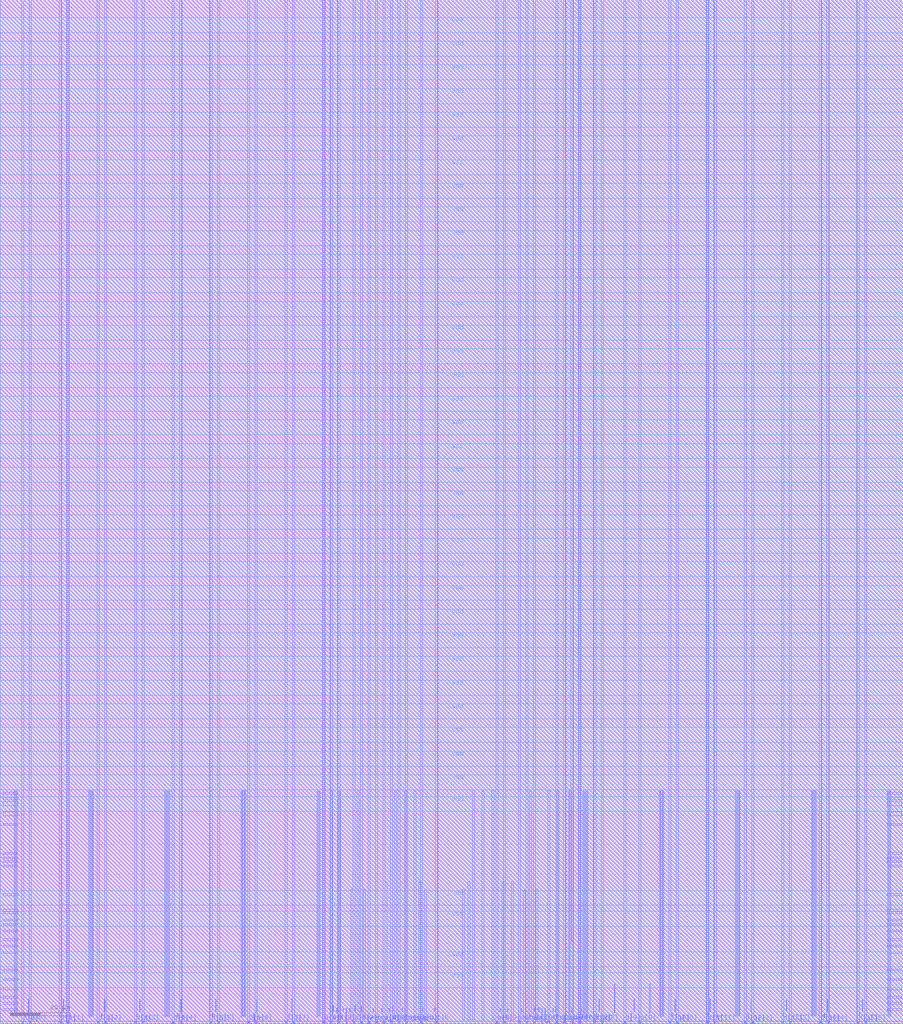
<source format=lef>
# Copyright (c) NXP Semiconductors
# NXP Confidential Proprietary
# Compiler: s10hv_1prf
# Revision: s10hv_1prf_1.11.01 
# Date: Sun Apr 03 20:50:56 MST 2022

VERSION 5.7 ;
BUSBITCHARS "[]" ;
DIVIDERCHAR "/" ;

MACRO s10hv_1prf_w1024x16b1c08_ulm
  CLASS BLOCK ;
  ORIGIN 0 0 ;
  FOREIGN s10hv_1prf_w1024x16b1c08_ulm 0 0 ;
  SIZE 302.4 BY 342.72 ;
  SYMMETRY X Y R90 ;
  PIN a[0]
    DIRECTION INPUT ;
    USE SIGNAL ;
    ANTENNAPARTIALMETALAREA 5.77675 LAYER m3 ;
    ANTENNAPARTIALMETALSIDEAREA 21.88 LAYER m3 ;
    ANTENNAPARTIALCUTAREA 0.0648 LAYER via2 ;
    ANTENNAMODEL OXIDE1 ;
      ANTENNAGATEAREA 0.36 LAYER m3 ;
      ANTENNAMAXAREACAR 22.157083 LAYER m3 ;
      ANTENNAMAXSIDEAREACAR 81.227778 LAYER m3 ;
    PORT
      LAYER m3 ;
        RECT 108.21 0 108.51 0.68 ;
      LAYER m2 ;
        RECT 108.21 0 108.51 0.68 ;
    END
  END a[0]
  PIN a[1]
    DIRECTION INPUT ;
    USE SIGNAL ;
    ANTENNAPARTIALMETALAREA 5.75025 LAYER m3 ;
    ANTENNAPARTIALMETALSIDEAREA 21.7 LAYER m3 ;
    ANTENNAPARTIALCUTAREA 0.0648 LAYER via2 ;
    ANTENNAMODEL OXIDE1 ;
      ANTENNAGATEAREA 0.36 LAYER m3 ;
      ANTENNAMAXAREACAR 17.073472 LAYER m3 ;
      ANTENNAMAXSIDEAREACAR 64.027778 LAYER m3 ;
    PORT
      LAYER m3 ;
        RECT 110.73 0 111.03 0.68 ;
      LAYER m2 ;
        RECT 110.73 0 111.03 0.68 ;
    END
  END a[1]
  PIN a[2]
    DIRECTION INPUT ;
    USE SIGNAL ;
    ANTENNAPARTIALMETALAREA 5.74165 LAYER m3 ;
    ANTENNAPARTIALMETALSIDEAREA 21.396 LAYER m3 ;
    ANTENNAPARTIALCUTAREA 0.0648 LAYER via2 ;
    ANTENNAMODEL OXIDE1 ;
      ANTENNAGATEAREA 0.36 LAYER m3 ;
      ANTENNAMAXAREACAR 17.034583 LAYER m3 ;
      ANTENNAMAXSIDEAREACAR 63.133333 LAYER m3 ;
    PORT
      LAYER m3 ;
        RECT 113.25 0 113.55 0.68 ;
      LAYER m2 ;
        RECT 113.25 0 113.55 0.68 ;
    END
  END a[2]
  PIN a[3]
    DIRECTION INPUT ;
    USE SIGNAL ;
    ANTENNAPARTIALMETALAREA 9.8529 LAYER m3 ;
    ANTENNAPARTIALMETALSIDEAREA 37.408 LAYER m3 ;
    ANTENNAPARTIALCUTAREA 0.0648 LAYER via2 ;
    ANTENNAMODEL OXIDE1 ;
      ANTENNAGATEAREA 0.36 LAYER m3 ;
      ANTENNAMAXAREACAR 29.641389 LAYER m3 ;
      ANTENNAMAXSIDEAREACAR 109.719444 LAYER m3 ;
    PORT
      LAYER m3 ;
        RECT 130.89 0 131.19 0.68 ;
      LAYER m2 ;
        RECT 130.89 0 131.19 0.68 ;
    END
  END a[3]
  PIN a[4]
    DIRECTION INPUT ;
    USE SIGNAL ;
    ANTENNAPARTIALMETALAREA 9.729 LAYER m3 ;
    ANTENNAPARTIALMETALSIDEAREA 36.936 LAYER m3 ;
    ANTENNAPARTIALCUTAREA 0.0648 LAYER via2 ;
    ANTENNAMODEL OXIDE1 ;
      ANTENNAGATEAREA 0.36 LAYER m3 ;
      ANTENNAMAXAREACAR 29.626389 LAYER m3 ;
      ANTENNAMAXSIDEAREACAR 109.066667 LAYER m3 ;
    PORT
      LAYER m3 ;
        RECT 140.97 0 141.27 0.68 ;
      LAYER m2 ;
        RECT 140.97 0 141.27 0.68 ;
    END
  END a[4]
  PIN a[5]
    DIRECTION INPUT ;
    USE SIGNAL ;
    ANTENNAPARTIALMETALAREA 9.8655 LAYER m3 ;
    ANTENNAPARTIALMETALSIDEAREA 37.456 LAYER m3 ;
    ANTENNAPARTIALCUTAREA 0.0648 LAYER via2 ;
    ANTENNAMODEL OXIDE1 ;
      ANTENNAGATEAREA 0.36 LAYER m3 ;
      ANTENNAMAXAREACAR 29.561111 LAYER m3 ;
      ANTENNAMAXSIDEAREACAR 109.611111 LAYER m3 ;
    PORT
      LAYER m3 ;
        RECT 166.17 0 166.47 0.68 ;
      LAYER m2 ;
        RECT 166.17 0 166.47 0.68 ;
    END
  END a[5]
  PIN a[6]
    DIRECTION INPUT ;
    USE SIGNAL ;
    ANTENNAPARTIALMETALAREA 10.1574 LAYER m3 ;
    ANTENNAPARTIALMETALSIDEAREA 38.568 LAYER m3 ;
    ANTENNAPARTIALCUTAREA 0.0648 LAYER via2 ;
    ANTENNAMODEL OXIDE1 ;
      ANTENNAGATEAREA 0.36 LAYER m3 ;
      ANTENNAMAXAREACAR 31.955972 LAYER m3 ;
      ANTENNAMAXSIDEAREACAR 118.325 LAYER m3 ;
    PORT
      LAYER m3 ;
        RECT 118.29 0 118.59 0.68 ;
      LAYER m2 ;
        RECT 118.29 0 118.59 0.68 ;
    END
  END a[6]
  PIN a[7]
    DIRECTION INPUT ;
    USE SIGNAL ;
    ANTENNAPARTIALMETALAREA 10.86195 LAYER m3 ;
    ANTENNAPARTIALMETALSIDEAREA 39.304 LAYER m3 ;
    ANTENNAPARTIALCUTAREA 0.0648 LAYER via2 ;
    ANTENNAMODEL OXIDE1 ;
      ANTENNAGATEAREA 0.36 LAYER m3 ;
      ANTENNAMAXAREACAR 31.265972 LAYER m3 ;
      ANTENNAMAXSIDEAREACAR 112.902778 LAYER m3 ;
    PORT
      LAYER m3 ;
        RECT 120.81 0 121.11 0.68 ;
      LAYER m2 ;
        RECT 120.81 0 121.11 0.68 ;
    END
  END a[7]
  PIN a[8]
    DIRECTION INPUT ;
    USE SIGNAL ;
    ANTENNAPARTIALMETALAREA 9.79725 LAYER m3 ;
    ANTENNAPARTIALMETALSIDEAREA 37.196 LAYER m3 ;
    ANTENNAPARTIALCUTAREA 0.0648 LAYER via2 ;
    ANTENNAMODEL OXIDE1 ;
      ANTENNAGATEAREA 0.36 LAYER m3 ;
      ANTENNAMAXAREACAR 28.295139 LAYER m3 ;
      ANTENNAMAXSIDEAREACAR 106.747222 LAYER m3 ;
    PORT
      LAYER m3 ;
        RECT 128.37 0 128.67 0.68 ;
      LAYER m2 ;
        RECT 128.37 0 128.67 0.68 ;
    END
  END a[8]
  PIN a[9]
    DIRECTION INPUT ;
    USE SIGNAL ;
    ANTENNAPARTIALMETALAREA 9.88545 LAYER m3 ;
    ANTENNAPARTIALMETALSIDEAREA 37.532 LAYER m3 ;
    ANTENNAPARTIALCUTAREA 0.0648 LAYER via2 ;
    ANTENNAMODEL OXIDE1 ;
      ANTENNAGATEAREA 0.36 LAYER m3 ;
      ANTENNAMAXAREACAR 28.611528 LAYER m3 ;
      ANTENNAMAXSIDEAREACAR 108.188889 LAYER m3 ;
    PORT
      LAYER m3 ;
        RECT 168.69 0 168.99 0.68 ;
      LAYER m2 ;
        RECT 168.69 0 168.99 0.68 ;
    END
  END a[9]
  PIN cen_b
    DIRECTION INPUT ;
    USE SIGNAL ;
    ANTENNAPARTIALMETALAREA 2.2698 LAYER m3 ;
    ANTENNAPARTIALMETALSIDEAREA 8.52 LAYER m3 ;
    ANTENNAPARTIALCUTAREA 0.0648 LAYER via2 ;
    ANTENNAMODEL OXIDE1 ;
      ANTENNAGATEAREA 0.45 LAYER m3 ;
      ANTENNAMAXAREACAR 16.014667 LAYER m3 ;
      ANTENNAMAXSIDEAREACAR 52.44 LAYER m3 ;
    PORT
      LAYER m3 ;
        RECT 135.93 0 136.23 0.68 ;
      LAYER m2 ;
        RECT 135.93 0 136.23 0.68 ;
    END
  END cen_b
  PIN clk
    DIRECTION INPUT ;
    USE SIGNAL ;
    ANTENNAPARTIALMETALAREA 2.5512 LAYER m3 ;
    ANTENNAPARTIALMETALSIDEAREA 9.592 LAYER m3 ;
    ANTENNAPARTIALCUTAREA 0.0648 LAYER via2 ;
    ANTENNAMODEL OXIDE1 ;
      ANTENNAGATEAREA 2.628 LAYER m3 ;
      ANTENNAMAXAREACAR 7.197807 LAYER m3 ;
      ANTENNAMAXSIDEAREACAR 21.736894 LAYER m3 ;
    PORT
      LAYER m3 ;
        RECT 146.01 0 146.31 0.68 ;
      LAYER m2 ;
        RECT 146.01 0 146.31 0.68 ;
    END
  END clk
  PIN d[0]
    DIRECTION INPUT ;
    USE SIGNAL ;
    ANTENNAPARTIALMETALAREA 1.21545 LAYER m2 ;
    ANTENNAPARTIALMETALSIDEAREA 3.411 LAYER m2 ;
    ANTENNAPARTIALCUTAREA 0.0648 LAYER via2 ;
    ANTENNAMODEL OXIDE1 ;
      ANTENNAGATEAREA 0.324 LAYER m3 ;
      ANTENNAGATEAREA 0.324 LAYER m2 ;
      ANTENNAMAXAREACAR 5.855556 LAYER m3 ;
      ANTENNAMAXAREACAR 5.225926 LAYER m2 ;
      ANTENNAMAXSIDEAREACAR 16.944444 LAYER m3 ;
      ANTENNAMAXSIDEAREACAR 15.12963 LAYER m2 ;
      ANTENNAMAXCUTCAR 0.4 LAYER via2 ;
    PORT
      LAYER m3 ;
        RECT 7.41 0 7.71 0.68 ;
      LAYER m2 ;
        RECT 7.41 0 7.71 0.68 ;
    END
  END d[0]
  PIN d[10]
    DIRECTION INPUT ;
    USE SIGNAL ;
    ANTENNAPARTIALMETALAREA 1.21545 LAYER m2 ;
    ANTENNAPARTIALMETALSIDEAREA 3.411 LAYER m2 ;
    ANTENNAPARTIALCUTAREA 0.0648 LAYER via2 ;
    ANTENNAMODEL OXIDE1 ;
      ANTENNAGATEAREA 0.324 LAYER m3 ;
      ANTENNAGATEAREA 0.324 LAYER m2 ;
      ANTENNAMAXAREACAR 5.855556 LAYER m3 ;
      ANTENNAMAXAREACAR 5.225926 LAYER m2 ;
      ANTENNAMAXSIDEAREACAR 16.944444 LAYER m3 ;
      ANTENNAMAXSIDEAREACAR 15.12963 LAYER m2 ;
      ANTENNAMAXCUTCAR 0.4 LAYER via2 ;
    PORT
      LAYER m3 ;
        RECT 224.13 0 224.43 0.68 ;
      LAYER m2 ;
        RECT 224.13 0 224.43 0.68 ;
    END
  END d[10]
  PIN d[11]
    DIRECTION INPUT ;
    USE SIGNAL ;
    ANTENNAPARTIALMETALAREA 1.22545 LAYER m2 ;
    ANTENNAPARTIALMETALSIDEAREA 3.441 LAYER m2 ;
    ANTENNAPARTIALCUTAREA 0.0648 LAYER via2 ;
    ANTENNAMODEL OXIDE1 ;
      ANTENNAGATEAREA 0.324 LAYER m3 ;
      ANTENNAGATEAREA 0.324 LAYER m2 ;
      ANTENNAMAXAREACAR 5.88642 LAYER m3 ;
      ANTENNAMAXAREACAR 5.25679 LAYER m2 ;
      ANTENNAMAXSIDEAREACAR 17.037037 LAYER m3 ;
      ANTENNAMAXSIDEAREACAR 15.222222 LAYER m2 ;
      ANTENNAMAXCUTCAR 0.4 LAYER via2 ;
    PORT
      LAYER m3 ;
        RECT 236.73 0 237.03 0.68 ;
      LAYER m2 ;
        RECT 236.73 0 237.03 0.68 ;
    END
  END d[11]
  PIN d[12]
    DIRECTION INPUT ;
    USE SIGNAL ;
    ANTENNAPARTIALMETALAREA 1.21545 LAYER m2 ;
    ANTENNAPARTIALMETALSIDEAREA 3.411 LAYER m2 ;
    ANTENNAPARTIALCUTAREA 0.0648 LAYER via2 ;
    ANTENNAMODEL OXIDE1 ;
      ANTENNAGATEAREA 0.324 LAYER m3 ;
      ANTENNAGATEAREA 0.324 LAYER m2 ;
      ANTENNAMAXAREACAR 5.855556 LAYER m3 ;
      ANTENNAMAXAREACAR 5.225926 LAYER m2 ;
      ANTENNAMAXSIDEAREACAR 16.944444 LAYER m3 ;
      ANTENNAMAXSIDEAREACAR 15.12963 LAYER m2 ;
      ANTENNAMAXCUTCAR 0.4 LAYER via2 ;
    PORT
      LAYER m3 ;
        RECT 249.33 0 249.63 0.68 ;
      LAYER m2 ;
        RECT 249.33 0 249.63 0.68 ;
    END
  END d[12]
  PIN d[13]
    DIRECTION INPUT ;
    USE SIGNAL ;
    ANTENNAPARTIALMETALAREA 1.21545 LAYER m2 ;
    ANTENNAPARTIALMETALSIDEAREA 3.411 LAYER m2 ;
    ANTENNAPARTIALCUTAREA 0.0648 LAYER via2 ;
    ANTENNAMODEL OXIDE1 ;
      ANTENNAGATEAREA 0.324 LAYER m3 ;
      ANTENNAGATEAREA 0.324 LAYER m2 ;
      ANTENNAMAXAREACAR 5.855556 LAYER m3 ;
      ANTENNAMAXAREACAR 5.225926 LAYER m2 ;
      ANTENNAMAXSIDEAREACAR 16.944444 LAYER m3 ;
      ANTENNAMAXSIDEAREACAR 15.12963 LAYER m2 ;
      ANTENNAMAXCUTCAR 0.4 LAYER via2 ;
    PORT
      LAYER m3 ;
        RECT 261.93 0 262.23 0.68 ;
      LAYER m2 ;
        RECT 261.93 0 262.23 0.68 ;
    END
  END d[13]
  PIN d[14]
    DIRECTION INPUT ;
    USE SIGNAL ;
    ANTENNAPARTIALMETALAREA 1.21545 LAYER m2 ;
    ANTENNAPARTIALMETALSIDEAREA 3.411 LAYER m2 ;
    ANTENNAPARTIALCUTAREA 0.0648 LAYER via2 ;
    ANTENNAMODEL OXIDE1 ;
      ANTENNAGATEAREA 0.324 LAYER m3 ;
      ANTENNAGATEAREA 0.324 LAYER m2 ;
      ANTENNAMAXAREACAR 5.855556 LAYER m3 ;
      ANTENNAMAXAREACAR 5.225926 LAYER m2 ;
      ANTENNAMAXSIDEAREACAR 16.944444 LAYER m3 ;
      ANTENNAMAXSIDEAREACAR 15.12963 LAYER m2 ;
      ANTENNAMAXCUTCAR 0.4 LAYER via2 ;
    PORT
      LAYER m3 ;
        RECT 274.53 0 274.83 0.68 ;
      LAYER m2 ;
        RECT 274.53 0 274.83 0.68 ;
    END
  END d[14]
  PIN d[15]
    DIRECTION INPUT ;
    USE SIGNAL ;
    ANTENNAPARTIALMETALAREA 1.21545 LAYER m2 ;
    ANTENNAPARTIALMETALSIDEAREA 3.411 LAYER m2 ;
    ANTENNAPARTIALCUTAREA 0.0648 LAYER via2 ;
    ANTENNAMODEL OXIDE1 ;
      ANTENNAGATEAREA 0.324 LAYER m3 ;
      ANTENNAGATEAREA 0.324 LAYER m2 ;
      ANTENNAMAXAREACAR 5.855556 LAYER m3 ;
      ANTENNAMAXAREACAR 5.225926 LAYER m2 ;
      ANTENNAMAXSIDEAREACAR 16.944444 LAYER m3 ;
      ANTENNAMAXSIDEAREACAR 15.12963 LAYER m2 ;
      ANTENNAMAXCUTCAR 0.4 LAYER via2 ;
    PORT
      LAYER m3 ;
        RECT 287.13 0 287.43 0.68 ;
      LAYER m2 ;
        RECT 287.13 0 287.43 0.68 ;
    END
  END d[15]
  PIN d[1]
    DIRECTION INPUT ;
    USE SIGNAL ;
    ANTENNAPARTIALMETALAREA 1.21545 LAYER m2 ;
    ANTENNAPARTIALMETALSIDEAREA 3.411 LAYER m2 ;
    ANTENNAPARTIALCUTAREA 0.0648 LAYER via2 ;
    ANTENNAMODEL OXIDE1 ;
      ANTENNAGATEAREA 0.324 LAYER m3 ;
      ANTENNAGATEAREA 0.324 LAYER m2 ;
      ANTENNAMAXAREACAR 5.855556 LAYER m3 ;
      ANTENNAMAXAREACAR 5.225926 LAYER m2 ;
      ANTENNAMAXSIDEAREACAR 16.944444 LAYER m3 ;
      ANTENNAMAXSIDEAREACAR 15.12963 LAYER m2 ;
      ANTENNAMAXCUTCAR 0.4 LAYER via2 ;
    PORT
      LAYER m3 ;
        RECT 20.01 0 20.31 0.68 ;
      LAYER m2 ;
        RECT 20.01 0 20.31 0.68 ;
    END
  END d[1]
  PIN d[2]
    DIRECTION INPUT ;
    USE SIGNAL ;
    ANTENNAPARTIALMETALAREA 1.21545 LAYER m2 ;
    ANTENNAPARTIALMETALSIDEAREA 3.411 LAYER m2 ;
    ANTENNAPARTIALCUTAREA 0.0648 LAYER via2 ;
    ANTENNAMODEL OXIDE1 ;
      ANTENNAGATEAREA 0.324 LAYER m3 ;
      ANTENNAGATEAREA 0.324 LAYER m2 ;
      ANTENNAMAXAREACAR 5.855556 LAYER m3 ;
      ANTENNAMAXAREACAR 5.225926 LAYER m2 ;
      ANTENNAMAXSIDEAREACAR 16.944444 LAYER m3 ;
      ANTENNAMAXSIDEAREACAR 15.12963 LAYER m2 ;
      ANTENNAMAXCUTCAR 0.4 LAYER via2 ;
    PORT
      LAYER m3 ;
        RECT 32.61 0 32.91 0.68 ;
      LAYER m2 ;
        RECT 32.61 0 32.91 0.68 ;
    END
  END d[2]
  PIN d[3]
    DIRECTION INPUT ;
    USE SIGNAL ;
    ANTENNAPARTIALMETALAREA 1.21545 LAYER m2 ;
    ANTENNAPARTIALMETALSIDEAREA 3.411 LAYER m2 ;
    ANTENNAPARTIALCUTAREA 0.0648 LAYER via2 ;
    ANTENNAMODEL OXIDE1 ;
      ANTENNAGATEAREA 0.324 LAYER m3 ;
      ANTENNAGATEAREA 0.324 LAYER m2 ;
      ANTENNAMAXAREACAR 5.855556 LAYER m3 ;
      ANTENNAMAXAREACAR 5.225926 LAYER m2 ;
      ANTENNAMAXSIDEAREACAR 16.944444 LAYER m3 ;
      ANTENNAMAXSIDEAREACAR 15.12963 LAYER m2 ;
      ANTENNAMAXCUTCAR 0.4 LAYER via2 ;
    PORT
      LAYER m3 ;
        RECT 45.21 0 45.51 0.68 ;
      LAYER m2 ;
        RECT 45.21 0 45.51 0.68 ;
    END
  END d[3]
  PIN d[4]
    DIRECTION INPUT ;
    USE SIGNAL ;
    ANTENNAPARTIALMETALAREA 1.21545 LAYER m2 ;
    ANTENNAPARTIALMETALSIDEAREA 3.411 LAYER m2 ;
    ANTENNAPARTIALCUTAREA 0.0648 LAYER via2 ;
    ANTENNAMODEL OXIDE1 ;
      ANTENNAGATEAREA 0.324 LAYER m3 ;
      ANTENNAGATEAREA 0.324 LAYER m2 ;
      ANTENNAMAXAREACAR 5.855556 LAYER m3 ;
      ANTENNAMAXAREACAR 5.225926 LAYER m2 ;
      ANTENNAMAXSIDEAREACAR 16.944444 LAYER m3 ;
      ANTENNAMAXSIDEAREACAR 15.12963 LAYER m2 ;
      ANTENNAMAXCUTCAR 0.4 LAYER via2 ;
    PORT
      LAYER m3 ;
        RECT 57.81 0 58.11 0.68 ;
      LAYER m2 ;
        RECT 57.81 0 58.11 0.68 ;
    END
  END d[4]
  PIN d[5]
    DIRECTION INPUT ;
    USE SIGNAL ;
    ANTENNAPARTIALMETALAREA 1.21545 LAYER m2 ;
    ANTENNAPARTIALMETALSIDEAREA 3.411 LAYER m2 ;
    ANTENNAPARTIALCUTAREA 0.0648 LAYER via2 ;
    ANTENNAMODEL OXIDE1 ;
      ANTENNAGATEAREA 0.324 LAYER m3 ;
      ANTENNAGATEAREA 0.324 LAYER m2 ;
      ANTENNAMAXAREACAR 5.855556 LAYER m3 ;
      ANTENNAMAXAREACAR 5.225926 LAYER m2 ;
      ANTENNAMAXSIDEAREACAR 16.944444 LAYER m3 ;
      ANTENNAMAXSIDEAREACAR 15.12963 LAYER m2 ;
      ANTENNAMAXCUTCAR 0.4 LAYER via2 ;
    PORT
      LAYER m3 ;
        RECT 70.41 0 70.71 0.68 ;
      LAYER m2 ;
        RECT 70.41 0 70.71 0.68 ;
    END
  END d[5]
  PIN d[6]
    DIRECTION INPUT ;
    USE SIGNAL ;
    ANTENNAPARTIALMETALAREA 1.21545 LAYER m2 ;
    ANTENNAPARTIALMETALSIDEAREA 3.411 LAYER m2 ;
    ANTENNAPARTIALCUTAREA 0.0648 LAYER via2 ;
    ANTENNAMODEL OXIDE1 ;
      ANTENNAGATEAREA 0.324 LAYER m3 ;
      ANTENNAGATEAREA 0.324 LAYER m2 ;
      ANTENNAMAXAREACAR 5.855556 LAYER m3 ;
      ANTENNAMAXAREACAR 5.225926 LAYER m2 ;
      ANTENNAMAXSIDEAREACAR 16.944444 LAYER m3 ;
      ANTENNAMAXSIDEAREACAR 15.12963 LAYER m2 ;
      ANTENNAMAXCUTCAR 0.4 LAYER via2 ;
    PORT
      LAYER m3 ;
        RECT 83.01 0 83.31 0.68 ;
      LAYER m2 ;
        RECT 83.01 0 83.31 0.68 ;
    END
  END d[6]
  PIN d[7]
    DIRECTION INPUT ;
    USE SIGNAL ;
    ANTENNAPARTIALMETALAREA 1.21545 LAYER m2 ;
    ANTENNAPARTIALMETALSIDEAREA 3.411 LAYER m2 ;
    ANTENNAPARTIALCUTAREA 0.0648 LAYER via2 ;
    ANTENNAMODEL OXIDE1 ;
      ANTENNAGATEAREA 0.324 LAYER m3 ;
      ANTENNAGATEAREA 0.324 LAYER m2 ;
      ANTENNAMAXAREACAR 5.855556 LAYER m3 ;
      ANTENNAMAXAREACAR 5.225926 LAYER m2 ;
      ANTENNAMAXSIDEAREACAR 16.944444 LAYER m3 ;
      ANTENNAMAXSIDEAREACAR 15.12963 LAYER m2 ;
      ANTENNAMAXCUTCAR 0.4 LAYER via2 ;
    PORT
      LAYER m3 ;
        RECT 95.61 0 95.91 0.68 ;
      LAYER m2 ;
        RECT 95.61 0 95.91 0.68 ;
    END
  END d[7]
  PIN d[8]
    DIRECTION INPUT ;
    USE SIGNAL ;
    ANTENNAPARTIALMETALAREA 1.21545 LAYER m2 ;
    ANTENNAPARTIALMETALSIDEAREA 3.411 LAYER m2 ;
    ANTENNAPARTIALCUTAREA 0.0648 LAYER via2 ;
    ANTENNAMODEL OXIDE1 ;
      ANTENNAGATEAREA 0.324 LAYER m3 ;
      ANTENNAGATEAREA 0.324 LAYER m2 ;
      ANTENNAMAXAREACAR 5.855556 LAYER m3 ;
      ANTENNAMAXAREACAR 5.225926 LAYER m2 ;
      ANTENNAMAXSIDEAREACAR 16.944444 LAYER m3 ;
      ANTENNAMAXSIDEAREACAR 15.12963 LAYER m2 ;
      ANTENNAMAXCUTCAR 0.4 LAYER via2 ;
    PORT
      LAYER m3 ;
        RECT 198.93 0 199.23 0.68 ;
      LAYER m2 ;
        RECT 198.93 0 199.23 0.68 ;
    END
  END d[8]
  PIN d[9]
    DIRECTION INPUT ;
    USE SIGNAL ;
    ANTENNAPARTIALMETALAREA 1.21545 LAYER m2 ;
    ANTENNAPARTIALMETALSIDEAREA 3.411 LAYER m2 ;
    ANTENNAPARTIALCUTAREA 0.0648 LAYER via2 ;
    ANTENNAMODEL OXIDE1 ;
      ANTENNAGATEAREA 0.324 LAYER m3 ;
      ANTENNAGATEAREA 0.324 LAYER m2 ;
      ANTENNAMAXAREACAR 5.855556 LAYER m3 ;
      ANTENNAMAXAREACAR 5.225926 LAYER m2 ;
      ANTENNAMAXSIDEAREACAR 16.944444 LAYER m3 ;
      ANTENNAMAXSIDEAREACAR 15.12963 LAYER m2 ;
      ANTENNAMAXCUTCAR 0.4 LAYER via2 ;
    PORT
      LAYER m3 ;
        RECT 209.01 0 209.31 0.68 ;
      LAYER m2 ;
        RECT 209.01 0 209.31 0.68 ;
    END
  END d[9]
  PIN ipt_nowrite
    DIRECTION INPUT ;
    USE SIGNAL ;
    ANTENNAPARTIALMETALAREA 3.96975 LAYER m3 ;
    ANTENNAPARTIALMETALSIDEAREA 14.996 LAYER m3 ;
    ANTENNAPARTIALCUTAREA 0.0648 LAYER via2 ;
    ANTENNAMODEL OXIDE1 ;
      ANTENNAGATEAREA 0.81 LAYER m3 ;
      ANTENNAMAXAREACAR 5.628889 LAYER m3 ;
      ANTENNAMAXSIDEAREACAR 20.969136 LAYER m3 ;
    PORT
      LAYER m3 ;
        RECT 125.85 0 126.15 0.68 ;
      LAYER m2 ;
        RECT 125.85 0 126.15 0.68 ;
    END
  END ipt_nowrite
  PIN ipt_st_dis
    DIRECTION INPUT ;
    USE SIGNAL ;
    ANTENNAPARTIALMETALAREA 4.2051 LAYER m3 ;
    ANTENNAPARTIALMETALSIDEAREA 15.896 LAYER m3 ;
    ANTENNAPARTIALCUTAREA 0.0648 LAYER via2 ;
    ANTENNAMODEL OXIDE1 ;
      ANTENNAGATEAREA 0.45 LAYER m3 ;
      ANTENNAMAXAREACAR 11.688667 LAYER m3 ;
      ANTENNAMAXSIDEAREACAR 42.951111 LAYER m3 ;
    PORT
      LAYER m3 ;
        RECT 133.41 0 133.71 0.68 ;
      LAYER m2 ;
        RECT 133.41 0 133.71 0.68 ;
    END
  END ipt_st_dis
  PIN q[0]
    DIRECTION OUTPUT ;
    USE SIGNAL ;
    ANTENNAPARTIALMETALAREA 2.73945 LAYER m3 ;
    ANTENNAPARTIALMETALSIDEAREA 10.304 LAYER m3 ;
    ANTENNAPARTIALCUTAREA 0.0648 LAYER via2 ;
    PORT
      LAYER m3 ;
        RECT 9.93 0 10.23 0.685 ;
      LAYER m2 ;
        RECT 9.93 0 10.23 0.685 ;
    END
  END q[0]
  PIN q[10]
    DIRECTION OUTPUT ;
    USE SIGNAL ;
    ANTENNAPARTIALMETALAREA 2.73945 LAYER m3 ;
    ANTENNAPARTIALMETALSIDEAREA 10.304 LAYER m3 ;
    ANTENNAPARTIALCUTAREA 0.0648 LAYER via2 ;
    PORT
      LAYER m3 ;
        RECT 226.65 0 226.95 0.685 ;
      LAYER m2 ;
        RECT 226.65 0 226.95 0.685 ;
    END
  END q[10]
  PIN q[11]
    DIRECTION OUTPUT ;
    USE SIGNAL ;
    ANTENNAPARTIALMETALAREA 2.73945 LAYER m3 ;
    ANTENNAPARTIALMETALSIDEAREA 10.304 LAYER m3 ;
    ANTENNAPARTIALCUTAREA 0.0648 LAYER via2 ;
    PORT
      LAYER m3 ;
        RECT 239.25 0 239.55 0.685 ;
      LAYER m2 ;
        RECT 239.25 0 239.55 0.685 ;
    END
  END q[11]
  PIN q[12]
    DIRECTION OUTPUT ;
    USE SIGNAL ;
    ANTENNAPARTIALMETALAREA 2.73945 LAYER m3 ;
    ANTENNAPARTIALMETALSIDEAREA 10.304 LAYER m3 ;
    ANTENNAPARTIALCUTAREA 0.0648 LAYER via2 ;
    PORT
      LAYER m3 ;
        RECT 251.85 0 252.15 0.685 ;
      LAYER m2 ;
        RECT 251.85 0 252.15 0.685 ;
    END
  END q[12]
  PIN q[13]
    DIRECTION OUTPUT ;
    USE SIGNAL ;
    ANTENNAPARTIALMETALAREA 2.73945 LAYER m3 ;
    ANTENNAPARTIALMETALSIDEAREA 10.304 LAYER m3 ;
    ANTENNAPARTIALCUTAREA 0.0648 LAYER via2 ;
    PORT
      LAYER m3 ;
        RECT 264.45 0 264.75 0.685 ;
      LAYER m2 ;
        RECT 264.45 0 264.75 0.685 ;
    END
  END q[13]
  PIN q[14]
    DIRECTION OUTPUT ;
    USE SIGNAL ;
    ANTENNAPARTIALMETALAREA 2.73945 LAYER m3 ;
    ANTENNAPARTIALMETALSIDEAREA 10.304 LAYER m3 ;
    ANTENNAPARTIALCUTAREA 0.0648 LAYER via2 ;
    PORT
      LAYER m3 ;
        RECT 277.05 0 277.35 0.685 ;
      LAYER m2 ;
        RECT 277.05 0 277.35 0.685 ;
    END
  END q[14]
  PIN q[15]
    DIRECTION OUTPUT ;
    USE SIGNAL ;
    ANTENNAPARTIALMETALAREA 2.73945 LAYER m3 ;
    ANTENNAPARTIALMETALSIDEAREA 10.304 LAYER m3 ;
    ANTENNAPARTIALCUTAREA 0.0648 LAYER via2 ;
    PORT
      LAYER m3 ;
        RECT 289.65 0 289.95 0.685 ;
      LAYER m2 ;
        RECT 289.65 0 289.95 0.685 ;
    END
  END q[15]
  PIN q[1]
    DIRECTION OUTPUT ;
    USE SIGNAL ;
    ANTENNAPARTIALMETALAREA 2.73945 LAYER m3 ;
    ANTENNAPARTIALMETALSIDEAREA 10.304 LAYER m3 ;
    ANTENNAPARTIALCUTAREA 0.0648 LAYER via2 ;
    PORT
      LAYER m3 ;
        RECT 22.53 0 22.83 0.685 ;
      LAYER m2 ;
        RECT 22.53 0 22.83 0.685 ;
    END
  END q[1]
  PIN q[2]
    DIRECTION OUTPUT ;
    USE SIGNAL ;
    ANTENNAPARTIALMETALAREA 2.73945 LAYER m3 ;
    ANTENNAPARTIALMETALSIDEAREA 10.304 LAYER m3 ;
    ANTENNAPARTIALCUTAREA 0.0648 LAYER via2 ;
    PORT
      LAYER m3 ;
        RECT 35.13 0 35.43 0.685 ;
      LAYER m2 ;
        RECT 35.13 0 35.43 0.685 ;
    END
  END q[2]
  PIN q[3]
    DIRECTION OUTPUT ;
    USE SIGNAL ;
    ANTENNAPARTIALMETALAREA 2.73945 LAYER m3 ;
    ANTENNAPARTIALMETALSIDEAREA 10.304 LAYER m3 ;
    ANTENNAPARTIALCUTAREA 0.0648 LAYER via2 ;
    PORT
      LAYER m3 ;
        RECT 47.73 0 48.03 0.685 ;
      LAYER m2 ;
        RECT 47.73 0 48.03 0.685 ;
    END
  END q[3]
  PIN q[4]
    DIRECTION OUTPUT ;
    USE SIGNAL ;
    ANTENNAPARTIALMETALAREA 2.73945 LAYER m3 ;
    ANTENNAPARTIALMETALSIDEAREA 10.304 LAYER m3 ;
    ANTENNAPARTIALCUTAREA 0.0648 LAYER via2 ;
    PORT
      LAYER m3 ;
        RECT 60.33 0 60.63 0.685 ;
      LAYER m2 ;
        RECT 60.33 0 60.63 0.685 ;
    END
  END q[4]
  PIN q[5]
    DIRECTION OUTPUT ;
    USE SIGNAL ;
    ANTENNAPARTIALMETALAREA 2.73945 LAYER m3 ;
    ANTENNAPARTIALMETALSIDEAREA 10.304 LAYER m3 ;
    ANTENNAPARTIALCUTAREA 0.0648 LAYER via2 ;
    PORT
      LAYER m3 ;
        RECT 72.93 0 73.23 0.685 ;
      LAYER m2 ;
        RECT 72.93 0 73.23 0.685 ;
    END
  END q[5]
  PIN q[6]
    DIRECTION OUTPUT ;
    USE SIGNAL ;
    ANTENNAPARTIALMETALAREA 2.73945 LAYER m3 ;
    ANTENNAPARTIALMETALSIDEAREA 10.304 LAYER m3 ;
    ANTENNAPARTIALCUTAREA 0.0648 LAYER via2 ;
    PORT
      LAYER m3 ;
        RECT 85.53 0 85.83 0.685 ;
      LAYER m2 ;
        RECT 85.53 0 85.83 0.685 ;
    END
  END q[6]
  PIN q[7]
    DIRECTION OUTPUT ;
    USE SIGNAL ;
    ANTENNAPARTIALMETALAREA 2.73945 LAYER m3 ;
    ANTENNAPARTIALMETALSIDEAREA 10.304 LAYER m3 ;
    ANTENNAPARTIALCUTAREA 0.0648 LAYER via2 ;
    PORT
      LAYER m3 ;
        RECT 98.13 0 98.43 0.685 ;
      LAYER m2 ;
        RECT 98.13 0 98.43 0.685 ;
    END
  END q[7]
  PIN q[8]
    DIRECTION OUTPUT ;
    USE SIGNAL ;
    ANTENNAPARTIALMETALAREA 2.73945 LAYER m3 ;
    ANTENNAPARTIALMETALSIDEAREA 10.304 LAYER m3 ;
    ANTENNAPARTIALCUTAREA 0.0648 LAYER via2 ;
    PORT
      LAYER m3 ;
        RECT 201.45 0 201.75 0.685 ;
      LAYER m2 ;
        RECT 201.45 0 201.75 0.685 ;
    END
  END q[8]
  PIN q[9]
    DIRECTION OUTPUT ;
    USE SIGNAL ;
    ANTENNAPARTIALMETALAREA 2.73945 LAYER m3 ;
    ANTENNAPARTIALMETALSIDEAREA 10.304 LAYER m3 ;
    ANTENNAPARTIALCUTAREA 0.0648 LAYER via2 ;
    PORT
      LAYER m3 ;
        RECT 214.05 0 214.35 0.685 ;
      LAYER m2 ;
        RECT 214.05 0 214.35 0.685 ;
    END
  END q[9]
  PIN valen
    DIRECTION INPUT ;
    USE SIGNAL ;
    ANTENNAPARTIALMETALAREA 5.9238 LAYER m3 ;
    ANTENNAPARTIALMETALSIDEAREA 22.44 LAYER m3 ;
    ANTENNAPARTIALCUTAREA 0.0648 LAYER via2 ;
    ANTENNAMODEL OXIDE1 ;
      ANTENNAGATEAREA 0.375 LAYER m3 ;
      ANTENNAMAXAREACAR 17.3992 LAYER m3 ;
      ANTENNAMAXSIDEAREACAR 65.304 LAYER m3 ;
    PORT
      LAYER m3 ;
        RECT 173.73 0 174.03 0.68 ;
      LAYER m2 ;
        RECT 173.73 0 174.03 0.68 ;
    END
  END valen
  PIN valrd[0]
    DIRECTION INPUT ;
    USE SIGNAL ;
    ANTENNAPARTIALMETALAREA 6.09945 LAYER m3 ;
    ANTENNAPARTIALMETALSIDEAREA 23.236 LAYER m3 ;
    ANTENNAPARTIALCUTAREA 0.0648 LAYER via2 ;
    ANTENNAMODEL OXIDE1 ;
      ANTENNAGATEAREA 0.258 LAYER m3 ;
      ANTENNAMAXAREACAR 26.030426 LAYER m3 ;
      ANTENNAMAXSIDEAREACAR 95.375969 LAYER m3 ;
    PORT
      LAYER m3 ;
        RECT 176.25 0 176.55 0.68 ;
      LAYER m2 ;
        RECT 176.25 0 176.55 0.68 ;
    END
  END valrd[0]
  PIN valrd[1]
    DIRECTION INPUT ;
    USE SIGNAL ;
    ANTENNAPARTIALMETALAREA 5.8578 LAYER m3 ;
    ANTENNAPARTIALMETALSIDEAREA 22.312 LAYER m3 ;
    ANTENNAPARTIALCUTAREA 0.0648 LAYER via2 ;
    ANTENNAMODEL OXIDE1 ;
      ANTENNAGATEAREA 0.258 LAYER m3 ;
      ANTENNAMAXAREACAR 24.529457 LAYER m3 ;
      ANTENNAMAXSIDEAREACAR 91.189922 LAYER m3 ;
    PORT
      LAYER m3 ;
        RECT 178.77 0 179.07 0.68 ;
      LAYER m2 ;
        RECT 178.77 0 179.07 0.68 ;
    END
  END valrd[1]
  PIN valrd[2]
    DIRECTION INPUT ;
    USE SIGNAL ;
    ANTENNAPARTIALMETALAREA 5.90085 LAYER m3 ;
    ANTENNAPARTIALMETALSIDEAREA 22.476 LAYER m3 ;
    ANTENNAPARTIALCUTAREA 0.0648 LAYER via2 ;
    ANTENNAMODEL OXIDE1 ;
      ANTENNAGATEAREA 0.258 LAYER m3 ;
      ANTENNAMAXAREACAR 24.034302 LAYER m3 ;
      ANTENNAMAXSIDEAREACAR 91.116279 LAYER m3 ;
    PORT
      LAYER m3 ;
        RECT 186.33 0 186.63 0.68 ;
      LAYER m2 ;
        RECT 186.33 0 186.63 0.68 ;
    END
  END valrd[2]
  PIN valwr[0]
    DIRECTION INPUT ;
    USE SIGNAL ;
    ANTENNAPARTIALMETALAREA 6.1971 LAYER m3 ;
    ANTENNAPARTIALMETALSIDEAREA 23.608 LAYER m3 ;
    ANTENNAPARTIALCUTAREA 0.0648 LAYER via2 ;
    ANTENNAMODEL OXIDE1 ;
      ANTENNAGATEAREA 0.258 LAYER m3 ;
      ANTENNAMAXAREACAR 25.182558 LAYER m3 ;
      ANTENNAMAXSIDEAREACAR 95.503876 LAYER m3 ;
    PORT
      LAYER m3 ;
        RECT 188.85 0 189.15 0.68 ;
      LAYER m2 ;
        RECT 188.85 0 189.15 0.68 ;
    END
  END valwr[0]
  PIN valwr[1]
    DIRECTION INPUT ;
    USE SIGNAL ;
    ANTENNAPARTIALMETALAREA 5.59635 LAYER m3 ;
    ANTENNAPARTIALMETALSIDEAREA 21.316 LAYER m3 ;
    ANTENNAPARTIALCUTAREA 0.0648 LAYER via2 ;
    ANTENNAMODEL OXIDE1 ;
      ANTENNAGATEAREA 0.258 LAYER m3 ;
      ANTENNAMAXAREACAR 22.85407 LAYER m3 ;
      ANTENNAMAXSIDEAREACAR 86.620155 LAYER m3 ;
    PORT
      LAYER m3 ;
        RECT 191.37 0 191.67 0.68 ;
      LAYER m2 ;
        RECT 191.37 0 191.67 0.68 ;
    END
  END valwr[1]
  PIN valwr[2]
    DIRECTION INPUT ;
    USE SIGNAL ;
    ANTENNAPARTIALMETALAREA 5.6562 LAYER m3 ;
    ANTENNAPARTIALMETALSIDEAREA 21.544 LAYER m3 ;
    ANTENNAPARTIALCUTAREA 0.0648 LAYER via2 ;
    ANTENNAMODEL OXIDE1 ;
      ANTENNAGATEAREA 0.258 LAYER m3 ;
      ANTENNAMAXAREACAR 23.227132 LAYER m3 ;
      ANTENNAMAXSIDEAREACAR 87.655039 LAYER m3 ;
    PORT
      LAYER m3 ;
        RECT 193.89 0 194.19 0.68 ;
      LAYER m2 ;
        RECT 193.89 0 194.19 0.68 ;
    END
  END valwr[2]
  PIN wen
    DIRECTION INPUT ;
    USE SIGNAL ;
    ANTENNAPARTIALMETALAREA 4.3416 LAYER m3 ;
    ANTENNAPARTIALMETALSIDEAREA 16.416 LAYER m3 ;
    ANTENNAPARTIALCUTAREA 0.0648 LAYER via2 ;
    ANTENNAMODEL OXIDE1 ;
      ANTENNAGATEAREA 0.54 LAYER m3 ;
      ANTENNAMAXAREACAR 9.437963 LAYER m3 ;
      ANTENNAMAXSIDEAREACAR 34.95 LAYER m3 ;
    PORT
      LAYER m3 ;
        RECT 123.33 0 123.63 0.68 ;
      LAYER m2 ;
        RECT 123.33 0 123.63 0.68 ;
    END
  END wen
  PIN vdd
    DIRECTION INOUT ;
    USE POWER ;
    PORT
      LAYER ulm ;
        RECT 0 323.83 302.4 328.84 ;
    END
    PORT
      LAYER ulm ;
        RECT 0 307.99 302.4 313 ;
    END
    PORT
      LAYER ulm ;
        RECT 0 292.15 302.4 297.16 ;
    END
    PORT
      LAYER ulm ;
        RECT 0 276.31 302.4 281.32 ;
    END
    PORT
      LAYER ulm ;
        RECT 0 260.47 302.4 265.48 ;
    END
    PORT
      LAYER ulm ;
        RECT 0 244.63 302.4 249.64 ;
    END
    PORT
      LAYER ulm ;
        RECT 0 228.79 302.4 233.8 ;
    END
    PORT
      LAYER ulm ;
        RECT 0 212.95 302.4 217.96 ;
    END
    PORT
      LAYER ulm ;
        RECT 0 197.11 302.4 202.12 ;
    END
    PORT
      LAYER ulm ;
        RECT 0 181.27 302.4 186.28 ;
    END
    PORT
      LAYER ulm ;
        RECT 0 165.43 302.4 170.44 ;
    END
    PORT
      LAYER ulm ;
        RECT 0 149.59 302.4 154.6 ;
    END
    PORT
      LAYER ulm ;
        RECT 0 133.75 302.4 138.76 ;
    END
    PORT
      LAYER ulm ;
        RECT 0 117.91 302.4 122.92 ;
    END
    PORT
      LAYER ulm ;
        RECT 0 102.07 302.4 107.08 ;
    END
    PORT
      LAYER ulm ;
        RECT 0 86.23 302.4 91.24 ;
    END
    PORT
      LAYER ulm ;
        RECT 0 71.04 302.4 76.05 ;
    END
    PORT
      LAYER ulm ;
        RECT 0 39.58 302.4 44.59 ;
    END
    PORT
      LAYER ulm ;
        RECT 0 19.06 302.4 24.07 ;
    END
  END vdd
  PIN vss
    DIRECTION INOUT ;
    USE GROUND ;
    PORT
      LAYER ulm ;
        RECT 0 331.75 302.4 336.76 ;
    END
    PORT
      LAYER ulm ;
        RECT 0 315.91 302.4 320.92 ;
    END
    PORT
      LAYER ulm ;
        RECT 0 300.07 302.4 305.08 ;
    END
    PORT
      LAYER ulm ;
        RECT 0 284.23 302.4 289.24 ;
    END
    PORT
      LAYER ulm ;
        RECT 0 268.39 302.4 273.4 ;
    END
    PORT
      LAYER ulm ;
        RECT 0 252.55 302.4 257.56 ;
    END
    PORT
      LAYER ulm ;
        RECT 0 236.71 302.4 241.72 ;
    END
    PORT
      LAYER ulm ;
        RECT 0 220.87 302.4 225.88 ;
    END
    PORT
      LAYER ulm ;
        RECT 0 205.03 302.4 210.04 ;
    END
    PORT
      LAYER ulm ;
        RECT 0 189.19 302.4 194.2 ;
    END
    PORT
      LAYER ulm ;
        RECT 0 173.35 302.4 178.36 ;
    END
    PORT
      LAYER ulm ;
        RECT 0 157.51 302.4 162.52 ;
    END
    PORT
      LAYER ulm ;
        RECT 0 141.67 302.4 146.68 ;
    END
    PORT
      LAYER ulm ;
        RECT 0 125.83 302.4 130.84 ;
    END
    PORT
      LAYER ulm ;
        RECT 0 109.99 302.4 115 ;
    END
    PORT
      LAYER ulm ;
        RECT 0 94.15 302.4 99.16 ;
    END
    PORT
      LAYER ulm ;
        RECT 0 78.31 302.4 83.32 ;
    END
    PORT
      LAYER ulm ;
        RECT 0 32.57 302.4 37.58 ;
    END
    PORT
      LAYER ulm ;
        RECT 0 12.05 302.4 17.06 ;
    END
  END vss
  OBS
    LAYER m3 ;
      RECT 191.03 27.665 191.33 78.355 ;
      RECT 191.03 27.665 192.005 27.965 ;
      RECT 191.705 1.275 192.005 27.965 ;
      RECT 182.415 0.48 182.625 5.115 ;
      RECT 182.415 0.48 184.11 0.69 ;
      RECT 183.81 0 184.11 0.69 ;
      RECT 181.29 0 181.5 5.115 ;
      RECT 181.29 0 181.59 0.68 ;
      RECT 115.815 0 116.025 5.115 ;
      RECT 115.77 0 116.07 0.68 ;
      RECT 297.86 2.56 298.16 78.055 ;
      RECT 297.2 2.56 297.5 78.055 ;
      RECT 288.675 4.015 288.885 8.25 ;
      RECT 276.915 4.015 277.125 8.25 ;
      RECT 272.96 2.56 273.26 78.055 ;
      RECT 272.3 2.56 272.66 78.055 ;
      RECT 271.7 2.56 272 78.055 ;
      RECT 263.175 4.015 263.385 8.25 ;
      RECT 251.415 4.015 251.625 8.25 ;
      RECT 247.46 2.56 247.76 78.055 ;
      RECT 246.8 2.56 247.16 78.055 ;
      RECT 246.2 2.56 246.5 78.055 ;
      RECT 237.675 4.015 237.885 8.25 ;
      RECT 225.915 4.015 226.125 8.25 ;
      RECT 221.96 2.56 222.26 78.055 ;
      RECT 221.3 2.56 221.66 78.055 ;
      RECT 220.7 2.56 221 78.055 ;
      RECT 217.445 3.66 217.655 13.32 ;
      RECT 212.175 4.015 212.385 8.25 ;
      RECT 205.685 3.66 205.895 13.32 ;
      RECT 200.415 4.015 200.625 8.25 ;
      RECT 196.46 2.56 196.76 78.055 ;
      RECT 195.8 2.56 196.16 78.055 ;
      RECT 195.2 2.56 195.5 78.055 ;
      RECT 194.44 4.01 194.65 5.145 ;
      RECT 191.195 4.01 191.405 5.14 ;
      RECT 190.37 1.275 190.67 78.355 ;
      RECT 186.38 2.52 187.04 78.055 ;
      RECT 185.855 4.01 186.065 5.785 ;
      RECT 185.01 4.01 185.22 5.16 ;
      RECT 183.425 1.275 184.085 78.055 ;
      RECT 180.28 4.01 180.49 5.325 ;
      RECT 179.35 1.275 180.01 45.075 ;
      RECT 178.87 4.01 179.08 5.505 ;
      RECT 177.305 2.525 177.965 78.055 ;
      RECT 175.21 1.275 175.87 44.76 ;
      RECT 174.495 4.01 174.705 5.115 ;
      RECT 171.2 1.275 171.86 47.515 ;
      RECT 169.84 4.01 170.05 5.115 ;
      RECT 167.96 1.275 168.62 47.515 ;
      RECT 167.3 4.01 167.51 5.115 ;
      RECT 164.735 1.275 165.395 78.055 ;
      RECT 161.365 1.275 162.025 78.055 ;
      RECT 158.225 1.275 158.885 78.055 ;
      RECT 156.62 1.275 157.28 47.515 ;
      RECT 154.79 1.275 155.45 45.075 ;
      RECT 145.335 4.01 145.545 5.115 ;
      RECT 142.02 1.275 142.68 45.075 ;
      RECT 141.375 4.01 141.585 5.115 ;
      RECT 140.19 1.275 140.85 47.515 ;
      RECT 138.585 1.275 139.245 78.055 ;
      RECT 135.445 1.275 136.105 78.055 ;
      RECT 134.535 4.01 134.745 5.115 ;
      RECT 132.075 2.52 132.735 78.055 ;
      RECT 131.295 4.01 131.505 5.925 ;
      RECT 130.215 4.01 130.425 5.115 ;
      RECT 128.85 1.275 129.51 47.515 ;
      RECT 127.695 4.01 127.905 5.115 ;
      RECT 125.61 1.275 126.27 47.515 ;
      RECT 124.815 4.01 125.025 5.115 ;
      RECT 121.6 2.555 122.26 45.075 ;
      RECT 120.855 4.01 121.065 5.875 ;
      RECT 119.505 2.54 120.165 78.055 ;
      RECT 118.695 4.01 118.905 6.075 ;
      RECT 117.46 1.275 118.12 45.075 ;
      RECT 116.895 4.01 117.105 5.115 ;
      RECT 114.735 4.01 114.945 5.115 ;
      RECT 113.385 1.275 114.045 78.055 ;
      RECT 112.575 4.01 112.785 5.115 ;
      RECT 111.495 4.01 111.705 6.09 ;
      RECT 110.43 2.52 111.09 78.055 ;
      RECT 106.8 2.56 107.1 78.055 ;
      RECT 106.14 2.56 106.44 78.055 ;
      RECT 97.615 4.015 97.825 8.25 ;
      RECT 85.855 4.015 86.065 8.25 ;
      RECT 81.9 2.56 82.2 78.055 ;
      RECT 81.24 2.56 81.6 78.055 ;
      RECT 80.64 2.56 80.94 78.055 ;
      RECT 72.115 4.015 72.325 8.25 ;
      RECT 60.355 4.015 60.565 8.25 ;
      RECT 56.4 2.56 56.7 78.055 ;
      RECT 55.74 2.56 56.1 78.055 ;
      RECT 55.14 2.56 55.44 78.055 ;
      RECT 46.615 4.015 46.825 8.25 ;
      RECT 34.855 4.015 35.065 8.25 ;
      RECT 30.9 2.56 31.2 78.055 ;
      RECT 30.24 2.56 30.6 78.055 ;
      RECT 29.64 2.56 29.94 78.055 ;
      RECT 21.115 4.015 21.325 8.25 ;
      RECT 9.355 4.015 9.565 8.25 ;
      RECT 5.4 2.56 5.7 78.055 ;
      RECT 4.74 2.56 5.04 78.055 ;
    LAYER m3 SPACING 0.21 ;
      RECT 0 0.895 302.4 342.72 ;
      RECT 290.16 0 302.4 342.72 ;
      RECT 277.56 0.89 289.44 342.72 ;
      RECT 287.64 0 289.44 342.72 ;
      RECT 264.96 0.89 276.84 342.72 ;
      RECT 275.04 0 276.84 342.72 ;
      RECT 252.36 0.89 264.24 342.72 ;
      RECT 262.44 0 264.24 342.72 ;
      RECT 239.76 0.89 251.64 342.72 ;
      RECT 249.84 0 251.64 342.72 ;
      RECT 227.16 0.89 239.04 342.72 ;
      RECT 237.24 0 239.04 342.72 ;
      RECT 214.56 0.89 226.44 342.72 ;
      RECT 224.64 0 226.44 342.72 ;
      RECT 201.96 0.89 213.84 342.72 ;
      RECT 209.52 0 213.84 342.72 ;
      RECT 98.64 0.89 201.24 342.72 ;
      RECT 199.44 0 201.24 342.72 ;
      RECT 86.04 0.89 97.92 342.72 ;
      RECT 96.12 0 97.92 342.72 ;
      RECT 73.44 0.89 85.32 342.72 ;
      RECT 83.52 0 85.32 342.72 ;
      RECT 60.84 0.89 72.72 342.72 ;
      RECT 70.92 0 72.72 342.72 ;
      RECT 48.24 0.89 60.12 342.72 ;
      RECT 58.32 0 60.12 342.72 ;
      RECT 35.64 0.89 47.52 342.72 ;
      RECT 45.72 0 47.52 342.72 ;
      RECT 23.04 0.89 34.92 342.72 ;
      RECT 33.12 0 34.92 342.72 ;
      RECT 10.44 0.89 22.32 342.72 ;
      RECT 20.52 0 22.32 342.72 ;
      RECT 0 0.89 9.72 342.72 ;
      RECT 7.92 0 9.72 342.72 ;
      RECT 277.56 0 286.92 342.72 ;
      RECT 264.96 0 274.32 342.72 ;
      RECT 252.36 0 261.72 342.72 ;
      RECT 239.76 0 249.12 342.72 ;
      RECT 227.16 0 236.52 342.72 ;
      RECT 214.56 0 223.92 342.72 ;
      RECT 201.96 0 208.8 342.72 ;
      RECT 194.4 0 198.72 342.72 ;
      RECT 191.88 0 193.68 342.72 ;
      RECT 189.36 0 191.16 342.72 ;
      RECT 186.84 0 188.64 342.72 ;
      RECT 179.28 0 186.12 342.72 ;
      RECT 176.76 0 178.56 342.72 ;
      RECT 174.24 0 176.04 342.72 ;
      RECT 169.2 0 173.52 342.72 ;
      RECT 166.68 0 168.48 342.72 ;
      RECT 146.52 0 165.96 342.72 ;
      RECT 141.48 0 145.8 342.72 ;
      RECT 136.44 0 140.76 342.72 ;
      RECT 133.92 0 135.72 342.72 ;
      RECT 131.4 0 133.2 342.72 ;
      RECT 128.88 0 130.68 342.72 ;
      RECT 126.36 0 128.16 342.72 ;
      RECT 123.84 0 125.64 342.72 ;
      RECT 121.32 0 123.12 342.72 ;
      RECT 118.8 0 120.6 342.72 ;
      RECT 113.76 0 118.08 342.72 ;
      RECT 111.24 0 113.04 342.72 ;
      RECT 108.72 0 110.52 342.72 ;
      RECT 98.64 0 108 342.72 ;
      RECT 86.04 0 95.4 342.72 ;
      RECT 73.44 0 82.8 342.72 ;
      RECT 60.84 0 70.2 342.72 ;
      RECT 48.24 0 57.6 342.72 ;
      RECT 35.64 0 45 342.72 ;
      RECT 23.04 0 32.4 342.72 ;
      RECT 10.44 0 19.8 342.72 ;
      RECT 0 0 7.2 342.72 ;
    LAYER m2 ;
      RECT 211.185 0.86 211.395 3.435 ;
      RECT 210.915 0.86 211.48 1.07 ;
      RECT 84.865 2.285 85.075 3.435 ;
      RECT 84.915 0.86 85.075 3.435 ;
      RECT 84.915 0.86 85.16 1.07 ;
      RECT 296.99 4.31 301.845 4.97 ;
      RECT 296.99 6.585 301.845 7.245 ;
      RECT 296.99 8.515 301.845 9.175 ;
      RECT 296.99 11.42 301.845 12.08 ;
      RECT 296.99 14.485 301.845 15.025 ;
      RECT 296.99 17.725 301.845 18.265 ;
      RECT 296.99 23.555 301.845 24.095 ;
      RECT 296.99 25.7 301.845 26.24 ;
      RECT 296.99 27.86 301.845 28.4 ;
      RECT 296.99 30.755 301.845 31.295 ;
      RECT 296.99 32.98 301.845 33.52 ;
      RECT 296.99 34.475 301.845 35.015 ;
      RECT 296.99 36.895 301.845 37.435 ;
      RECT 296.99 37.675 301.845 38.335 ;
      RECT 296.99 42.835 301.845 43.495 ;
      RECT 297.2 52.49 301.845 53.03 ;
      RECT 296.99 54.05 301.845 54.53 ;
      RECT 296.99 55.28 301.845 55.76 ;
      RECT 297.2 56.78 301.845 57.32 ;
      RECT 296.99 66.37 301.845 66.91 ;
      RECT 296.99 69.65 301.845 70.98 ;
      RECT 296.99 72.95 301.845 74.28 ;
      RECT 296.99 74.995 301.845 75.655 ;
      RECT 296.99 76.8 301.845 77.46 ;
      RECT 287.685 2.285 287.895 3.435 ;
      RECT 285.38 0.86 285.525 1.07 ;
      RECT 275.925 2.285 276.135 3.435 ;
      RECT 262.185 2.285 262.395 3.435 ;
      RECT 259.88 0.86 260.325 1.07 ;
      RECT 250.425 2.285 250.635 3.435 ;
      RECT 236.685 2.285 236.895 3.435 ;
      RECT 234.38 0.86 235.125 1.07 ;
      RECT 224.925 2.285 225.135 3.435 ;
      RECT 199.425 2.285 199.635 3.435 ;
      RECT 197.12 0.86 197.325 1.07 ;
      RECT 183.81 0 184.11 0.68 ;
      RECT 181.29 0 181.59 0.68 ;
      RECT 115.77 0 116.07 0.68 ;
      RECT 96.625 2.285 96.835 3.435 ;
      RECT 71.125 2.285 71.335 3.435 ;
      RECT 59.365 2.285 59.575 3.435 ;
      RECT 45.625 2.285 45.835 3.435 ;
      RECT 43.32 0.86 43.605 1.07 ;
      RECT 33.865 2.285 34.075 3.435 ;
      RECT 20.125 2.285 20.335 3.435 ;
      RECT 17.82 0.86 18.405 1.07 ;
      RECT 8.365 2.285 8.575 3.435 ;
      RECT 1.055 4.31 5.91 4.97 ;
      RECT 1.055 6.585 5.91 7.245 ;
      RECT 1.055 8.515 5.91 9.175 ;
      RECT 1.055 11.42 5.91 12.08 ;
      RECT 1.055 14.485 5.91 15.025 ;
      RECT 1.055 17.725 5.91 18.265 ;
      RECT 1.055 23.555 5.91 24.095 ;
      RECT 1.055 25.7 5.91 26.24 ;
      RECT 1.055 27.86 5.91 28.4 ;
      RECT 1.055 30.755 5.91 31.295 ;
      RECT 1.055 32.98 5.91 33.52 ;
      RECT 1.055 34.475 5.91 35.015 ;
      RECT 1.055 36.895 5.91 37.435 ;
      RECT 1.055 37.675 5.91 38.335 ;
      RECT 1.055 42.835 5.91 43.495 ;
      RECT 1.055 54.05 5.91 54.53 ;
      RECT 1.055 55.28 5.91 55.76 ;
      RECT 1.055 66.37 5.91 66.91 ;
      RECT 1.055 69.655 5.91 70.975 ;
      RECT 1.055 72.955 5.91 74.275 ;
      RECT 1.055 74.995 5.91 75.655 ;
      RECT 1.055 76.8 5.91 77.46 ;
      RECT 1.055 52.52 5.7 53 ;
      RECT 1.055 56.81 5.7 57.29 ;
    LAYER m2 SPACING 0.18 ;
      RECT 0 0.865 302.4 342.72 ;
      RECT 290.13 0 302.4 342.72 ;
      RECT 277.53 0.86 289.47 342.72 ;
      RECT 287.61 0 289.47 342.72 ;
      RECT 264.93 0.86 276.87 342.72 ;
      RECT 275.01 0 276.87 342.72 ;
      RECT 252.33 0.86 264.27 342.72 ;
      RECT 262.41 0 264.27 342.72 ;
      RECT 239.73 0.86 251.67 342.72 ;
      RECT 249.81 0 251.67 342.72 ;
      RECT 227.13 0.86 239.07 342.72 ;
      RECT 237.21 0 239.07 342.72 ;
      RECT 214.53 0.86 226.47 342.72 ;
      RECT 224.61 0 226.47 342.72 ;
      RECT 201.93 0.86 213.87 342.72 ;
      RECT 209.49 0 213.87 342.72 ;
      RECT 98.61 0.86 201.27 342.72 ;
      RECT 199.41 0 201.27 342.72 ;
      RECT 86.01 0.86 97.95 342.72 ;
      RECT 96.09 0 97.95 342.72 ;
      RECT 73.41 0.86 85.35 342.72 ;
      RECT 83.49 0 85.35 342.72 ;
      RECT 60.81 0.86 72.75 342.72 ;
      RECT 70.89 0 72.75 342.72 ;
      RECT 48.21 0.86 60.15 342.72 ;
      RECT 58.29 0 60.15 342.72 ;
      RECT 35.61 0.86 47.55 342.72 ;
      RECT 45.69 0 47.55 342.72 ;
      RECT 23.01 0.86 34.95 342.72 ;
      RECT 33.09 0 34.95 342.72 ;
      RECT 10.41 0.86 22.35 342.72 ;
      RECT 20.49 0 22.35 342.72 ;
      RECT 0 0.86 9.75 342.72 ;
      RECT 7.89 0 9.75 342.72 ;
      RECT 277.53 0 286.95 342.72 ;
      RECT 264.93 0 274.35 342.72 ;
      RECT 252.33 0 261.75 342.72 ;
      RECT 239.73 0 249.15 342.72 ;
      RECT 227.13 0 236.55 342.72 ;
      RECT 214.53 0 223.95 342.72 ;
      RECT 201.93 0 208.83 342.72 ;
      RECT 194.37 0 198.75 342.72 ;
      RECT 191.85 0 193.71 342.72 ;
      RECT 189.33 0 191.19 342.72 ;
      RECT 186.81 0 188.67 342.72 ;
      RECT 179.25 0 186.15 342.72 ;
      RECT 176.73 0 178.59 342.72 ;
      RECT 174.21 0 176.07 342.72 ;
      RECT 169.17 0 173.55 342.72 ;
      RECT 166.65 0 168.51 342.72 ;
      RECT 146.49 0 165.99 342.72 ;
      RECT 141.45 0 145.83 342.72 ;
      RECT 136.41 0 140.79 342.72 ;
      RECT 133.89 0 135.75 342.72 ;
      RECT 131.37 0 133.23 342.72 ;
      RECT 128.85 0 130.71 342.72 ;
      RECT 126.33 0 128.19 342.72 ;
      RECT 123.81 0 125.67 342.72 ;
      RECT 121.29 0 123.15 342.72 ;
      RECT 118.77 0 120.63 342.72 ;
      RECT 113.73 0 118.11 342.72 ;
      RECT 111.21 0 113.07 342.72 ;
      RECT 108.69 0 110.55 342.72 ;
      RECT 98.61 0 108.03 342.72 ;
      RECT 86.01 0 95.43 342.72 ;
      RECT 73.41 0 82.83 342.72 ;
      RECT 60.81 0 70.23 342.72 ;
      RECT 48.21 0 57.63 342.72 ;
      RECT 35.61 0 45.03 342.72 ;
      RECT 23.01 0 32.43 342.72 ;
      RECT 10.41 0 19.83 342.72 ;
      RECT 0 0 7.23 342.72 ;
    LAYER m1 SPACING 0.18 ;
      RECT 0 0 302.4 342.72 ;
  END
END s10hv_1prf_w1024x16b1c08_ulm

END LIBRARY


</source>
